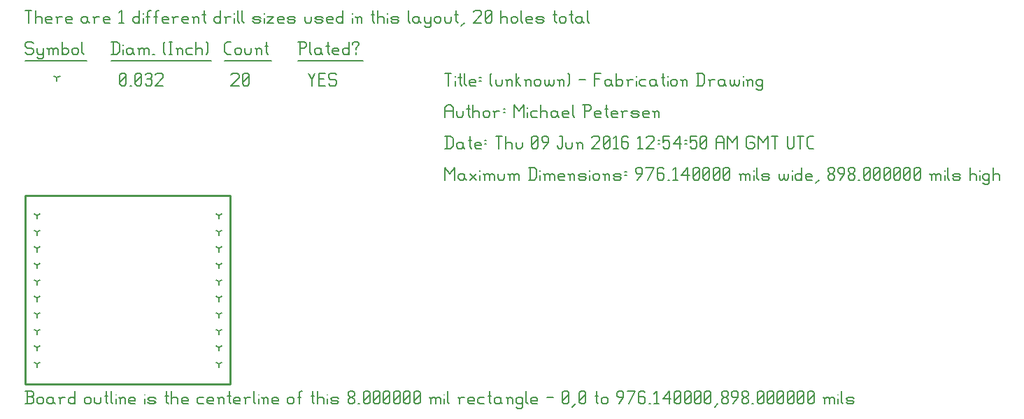
<source format=gbr>
G04 start of page 12 for group -3984 idx -3984 *
G04 Title: (unknown), fab *
G04 Creator: pcb 20110918 *
G04 CreationDate: Thu 09 Jun 2016 12:54:50 AM GMT UTC *
G04 For: railfan *
G04 Format: Gerber/RS-274X *
G04 PCB-Dimensions: 97614 89800 *
G04 PCB-Coordinate-Origin: lower left *
%MOIN*%
%FSLAX25Y25*%
%LNFAB*%
%ADD28C,0.0100*%
%ADD27C,0.0075*%
%ADD26C,0.0060*%
%ADD25C,0.0080*%
G54D25*X5500Y80300D02*Y78700D01*
Y80300D02*X6887Y81100D01*
X5500Y80300D02*X4113Y81100D01*
X5500Y72426D02*Y70826D01*
Y72426D02*X6887Y73226D01*
X5500Y72426D02*X4113Y73226D01*
X5500Y64552D02*Y62952D01*
Y64552D02*X6887Y65352D01*
X5500Y64552D02*X4113Y65352D01*
X5500Y56678D02*Y55078D01*
Y56678D02*X6887Y57478D01*
X5500Y56678D02*X4113Y57478D01*
X5500Y48804D02*Y47204D01*
Y48804D02*X6887Y49604D01*
X5500Y48804D02*X4113Y49604D01*
X5500Y40930D02*Y39330D01*
Y40930D02*X6887Y41730D01*
X5500Y40930D02*X4113Y41730D01*
X5500Y33056D02*Y31456D01*
Y33056D02*X6887Y33856D01*
X5500Y33056D02*X4113Y33856D01*
X5500Y25182D02*Y23582D01*
Y25182D02*X6887Y25982D01*
X5500Y25182D02*X4113Y25982D01*
X5500Y17308D02*Y15708D01*
Y17308D02*X6887Y18108D01*
X5500Y17308D02*X4113Y18108D01*
X5500Y9434D02*Y7834D01*
Y9434D02*X6887Y10234D01*
X5500Y9434D02*X4113Y10234D01*
X92114Y80300D02*Y78700D01*
Y80300D02*X93501Y81100D01*
X92114Y80300D02*X90727Y81100D01*
X92114Y72426D02*Y70826D01*
Y72426D02*X93501Y73226D01*
X92114Y72426D02*X90727Y73226D01*
X92114Y64552D02*Y62952D01*
Y64552D02*X93501Y65352D01*
X92114Y64552D02*X90727Y65352D01*
X92114Y56678D02*Y55078D01*
Y56678D02*X93501Y57478D01*
X92114Y56678D02*X90727Y57478D01*
X92114Y48804D02*Y47204D01*
Y48804D02*X93501Y49604D01*
X92114Y48804D02*X90727Y49604D01*
X92114Y40930D02*Y39330D01*
Y40930D02*X93501Y41730D01*
X92114Y40930D02*X90727Y41730D01*
X92114Y33056D02*Y31456D01*
Y33056D02*X93501Y33856D01*
X92114Y33056D02*X90727Y33856D01*
X92114Y25182D02*Y23582D01*
Y25182D02*X93501Y25982D01*
X92114Y25182D02*X90727Y25982D01*
X92114Y17308D02*Y15708D01*
Y17308D02*X93501Y18108D01*
X92114Y17308D02*X90727Y18108D01*
X92114Y9434D02*Y7834D01*
Y9434D02*X93501Y10234D01*
X92114Y9434D02*X90727Y10234D01*
X15000Y146050D02*Y144450D01*
Y146050D02*X16387Y146850D01*
X15000Y146050D02*X13613Y146850D01*
G54D26*X135000Y148300D02*X136500Y145300D01*
X138000Y148300D01*
X136500Y145300D02*Y142300D01*
X139800Y145600D02*X142050D01*
X139800Y142300D02*X142800D01*
X139800Y148300D02*Y142300D01*
Y148300D02*X142800D01*
X147600D02*X148350Y147550D01*
X145350Y148300D02*X147600D01*
X144600Y147550D02*X145350Y148300D01*
X144600Y147550D02*Y146050D01*
X145350Y145300D01*
X147600D01*
X148350Y144550D01*
Y143050D01*
X147600Y142300D02*X148350Y143050D01*
X145350Y142300D02*X147600D01*
X144600Y143050D02*X145350Y142300D01*
X98000Y147550D02*X98750Y148300D01*
X101000D01*
X101750Y147550D01*
Y146050D01*
X98000Y142300D02*X101750Y146050D01*
X98000Y142300D02*X101750D01*
X103550Y143050D02*X104300Y142300D01*
X103550Y147550D02*Y143050D01*
Y147550D02*X104300Y148300D01*
X105800D01*
X106550Y147550D01*
Y143050D01*
X105800Y142300D02*X106550Y143050D01*
X104300Y142300D02*X105800D01*
X103550Y143800D02*X106550Y146800D01*
X45000Y143050D02*X45750Y142300D01*
X45000Y147550D02*Y143050D01*
Y147550D02*X45750Y148300D01*
X47250D01*
X48000Y147550D01*
Y143050D01*
X47250Y142300D02*X48000Y143050D01*
X45750Y142300D02*X47250D01*
X45000Y143800D02*X48000Y146800D01*
X49800Y142300D02*X50550D01*
X52350Y143050D02*X53100Y142300D01*
X52350Y147550D02*Y143050D01*
Y147550D02*X53100Y148300D01*
X54600D01*
X55350Y147550D01*
Y143050D01*
X54600Y142300D02*X55350Y143050D01*
X53100Y142300D02*X54600D01*
X52350Y143800D02*X55350Y146800D01*
X57150Y147550D02*X57900Y148300D01*
X59400D01*
X60150Y147550D01*
X59400Y142300D02*X60150Y143050D01*
X57900Y142300D02*X59400D01*
X57150Y143050D02*X57900Y142300D01*
Y145600D02*X59400D01*
X60150Y147550D02*Y146350D01*
Y144850D02*Y143050D01*
Y144850D02*X59400Y145600D01*
X60150Y146350D02*X59400Y145600D01*
X61950Y147550D02*X62700Y148300D01*
X64950D01*
X65700Y147550D01*
Y146050D01*
X61950Y142300D02*X65700Y146050D01*
X61950Y142300D02*X65700D01*
X3000Y163300D02*X3750Y162550D01*
X750Y163300D02*X3000D01*
X0Y162550D02*X750Y163300D01*
X0Y162550D02*Y161050D01*
X750Y160300D01*
X3000D01*
X3750Y159550D01*
Y158050D01*
X3000Y157300D02*X3750Y158050D01*
X750Y157300D02*X3000D01*
X0Y158050D02*X750Y157300D01*
X5550Y160300D02*Y158050D01*
X6300Y157300D01*
X8550Y160300D02*Y155800D01*
X7800Y155050D02*X8550Y155800D01*
X6300Y155050D02*X7800D01*
X5550Y155800D02*X6300Y155050D01*
Y157300D02*X7800D01*
X8550Y158050D01*
X11100Y159550D02*Y157300D01*
Y159550D02*X11850Y160300D01*
X12600D01*
X13350Y159550D01*
Y157300D01*
Y159550D02*X14100Y160300D01*
X14850D01*
X15600Y159550D01*
Y157300D01*
X10350Y160300D02*X11100Y159550D01*
X17400Y163300D02*Y157300D01*
Y158050D02*X18150Y157300D01*
X19650D01*
X20400Y158050D01*
Y159550D02*Y158050D01*
X19650Y160300D02*X20400Y159550D01*
X18150Y160300D02*X19650D01*
X17400Y159550D02*X18150Y160300D01*
X22200Y159550D02*Y158050D01*
Y159550D02*X22950Y160300D01*
X24450D01*
X25200Y159550D01*
Y158050D01*
X24450Y157300D02*X25200Y158050D01*
X22950Y157300D02*X24450D01*
X22200Y158050D02*X22950Y157300D01*
X27000Y163300D02*Y158050D01*
X27750Y157300D01*
X0Y154050D02*X29250D01*
X41750Y163300D02*Y157300D01*
X43700Y163300D02*X44750Y162250D01*
Y158350D01*
X43700Y157300D02*X44750Y158350D01*
X41000Y157300D02*X43700D01*
X41000Y163300D02*X43700D01*
G54D27*X46550Y161800D02*Y161650D01*
G54D26*Y159550D02*Y157300D01*
X50300Y160300D02*X51050Y159550D01*
X48800Y160300D02*X50300D01*
X48050Y159550D02*X48800Y160300D01*
X48050Y159550D02*Y158050D01*
X48800Y157300D01*
X51050Y160300D02*Y158050D01*
X51800Y157300D01*
X48800D02*X50300D01*
X51050Y158050D01*
X54350Y159550D02*Y157300D01*
Y159550D02*X55100Y160300D01*
X55850D01*
X56600Y159550D01*
Y157300D01*
Y159550D02*X57350Y160300D01*
X58100D01*
X58850Y159550D01*
Y157300D01*
X53600Y160300D02*X54350Y159550D01*
X60650Y157300D02*X61400D01*
X65900Y158050D02*X66650Y157300D01*
X65900Y162550D02*X66650Y163300D01*
X65900Y162550D02*Y158050D01*
X68450Y163300D02*X69950D01*
X69200D02*Y157300D01*
X68450D02*X69950D01*
X72500Y159550D02*Y157300D01*
Y159550D02*X73250Y160300D01*
X74000D01*
X74750Y159550D01*
Y157300D01*
X71750Y160300D02*X72500Y159550D01*
X77300Y160300D02*X79550D01*
X76550Y159550D02*X77300Y160300D01*
X76550Y159550D02*Y158050D01*
X77300Y157300D01*
X79550D01*
X81350Y163300D02*Y157300D01*
Y159550D02*X82100Y160300D01*
X83600D01*
X84350Y159550D01*
Y157300D01*
X86150Y163300D02*X86900Y162550D01*
Y158050D01*
X86150Y157300D02*X86900Y158050D01*
X41000Y154050D02*X88700D01*
X96050Y157300D02*X98000D01*
X95000Y158350D02*X96050Y157300D01*
X95000Y162250D02*Y158350D01*
Y162250D02*X96050Y163300D01*
X98000D01*
X99800Y159550D02*Y158050D01*
Y159550D02*X100550Y160300D01*
X102050D01*
X102800Y159550D01*
Y158050D01*
X102050Y157300D02*X102800Y158050D01*
X100550Y157300D02*X102050D01*
X99800Y158050D02*X100550Y157300D01*
X104600Y160300D02*Y158050D01*
X105350Y157300D01*
X106850D01*
X107600Y158050D01*
Y160300D02*Y158050D01*
X110150Y159550D02*Y157300D01*
Y159550D02*X110900Y160300D01*
X111650D01*
X112400Y159550D01*
Y157300D01*
X109400Y160300D02*X110150Y159550D01*
X114950Y163300D02*Y158050D01*
X115700Y157300D01*
X114200Y161050D02*X115700D01*
X95000Y154050D02*X117200D01*
X130750Y163300D02*Y157300D01*
X130000Y163300D02*X133000D01*
X133750Y162550D01*
Y161050D01*
X133000Y160300D02*X133750Y161050D01*
X130750Y160300D02*X133000D01*
X135550Y163300D02*Y158050D01*
X136300Y157300D01*
X140050Y160300D02*X140800Y159550D01*
X138550Y160300D02*X140050D01*
X137800Y159550D02*X138550Y160300D01*
X137800Y159550D02*Y158050D01*
X138550Y157300D01*
X140800Y160300D02*Y158050D01*
X141550Y157300D01*
X138550D02*X140050D01*
X140800Y158050D01*
X144100Y163300D02*Y158050D01*
X144850Y157300D01*
X143350Y161050D02*X144850D01*
X147100Y157300D02*X149350D01*
X146350Y158050D02*X147100Y157300D01*
X146350Y159550D02*Y158050D01*
Y159550D02*X147100Y160300D01*
X148600D01*
X149350Y159550D01*
X146350Y158800D02*X149350D01*
Y159550D02*Y158800D01*
X154150Y163300D02*Y157300D01*
X153400D02*X154150Y158050D01*
X151900Y157300D02*X153400D01*
X151150Y158050D02*X151900Y157300D01*
X151150Y159550D02*Y158050D01*
Y159550D02*X151900Y160300D01*
X153400D01*
X154150Y159550D01*
X157450Y160300D02*Y159550D01*
Y158050D02*Y157300D01*
X155950Y162550D02*Y161800D01*
Y162550D02*X156700Y163300D01*
X158200D01*
X158950Y162550D01*
Y161800D01*
X157450Y160300D02*X158950Y161800D01*
X130000Y154050D02*X160750D01*
X0Y178300D02*X3000D01*
X1500D02*Y172300D01*
X4800Y178300D02*Y172300D01*
Y174550D02*X5550Y175300D01*
X7050D01*
X7800Y174550D01*
Y172300D01*
X10350D02*X12600D01*
X9600Y173050D02*X10350Y172300D01*
X9600Y174550D02*Y173050D01*
Y174550D02*X10350Y175300D01*
X11850D01*
X12600Y174550D01*
X9600Y173800D02*X12600D01*
Y174550D02*Y173800D01*
X15150Y174550D02*Y172300D01*
Y174550D02*X15900Y175300D01*
X17400D01*
X14400D02*X15150Y174550D01*
X19950Y172300D02*X22200D01*
X19200Y173050D02*X19950Y172300D01*
X19200Y174550D02*Y173050D01*
Y174550D02*X19950Y175300D01*
X21450D01*
X22200Y174550D01*
X19200Y173800D02*X22200D01*
Y174550D02*Y173800D01*
X28950Y175300D02*X29700Y174550D01*
X27450Y175300D02*X28950D01*
X26700Y174550D02*X27450Y175300D01*
X26700Y174550D02*Y173050D01*
X27450Y172300D01*
X29700Y175300D02*Y173050D01*
X30450Y172300D01*
X27450D02*X28950D01*
X29700Y173050D01*
X33000Y174550D02*Y172300D01*
Y174550D02*X33750Y175300D01*
X35250D01*
X32250D02*X33000Y174550D01*
X37800Y172300D02*X40050D01*
X37050Y173050D02*X37800Y172300D01*
X37050Y174550D02*Y173050D01*
Y174550D02*X37800Y175300D01*
X39300D01*
X40050Y174550D01*
X37050Y173800D02*X40050D01*
Y174550D02*Y173800D01*
X44550Y177100D02*X45750Y178300D01*
Y172300D01*
X44550D02*X46800D01*
X54300Y178300D02*Y172300D01*
X53550D02*X54300Y173050D01*
X52050Y172300D02*X53550D01*
X51300Y173050D02*X52050Y172300D01*
X51300Y174550D02*Y173050D01*
Y174550D02*X52050Y175300D01*
X53550D01*
X54300Y174550D01*
G54D27*X56100Y176800D02*Y176650D01*
G54D26*Y174550D02*Y172300D01*
X58350Y177550D02*Y172300D01*
Y177550D02*X59100Y178300D01*
X59850D01*
X57600Y175300D02*X59100D01*
X62100Y177550D02*Y172300D01*
Y177550D02*X62850Y178300D01*
X63600D01*
X61350Y175300D02*X62850D01*
X65850Y172300D02*X68100D01*
X65100Y173050D02*X65850Y172300D01*
X65100Y174550D02*Y173050D01*
Y174550D02*X65850Y175300D01*
X67350D01*
X68100Y174550D01*
X65100Y173800D02*X68100D01*
Y174550D02*Y173800D01*
X70650Y174550D02*Y172300D01*
Y174550D02*X71400Y175300D01*
X72900D01*
X69900D02*X70650Y174550D01*
X75450Y172300D02*X77700D01*
X74700Y173050D02*X75450Y172300D01*
X74700Y174550D02*Y173050D01*
Y174550D02*X75450Y175300D01*
X76950D01*
X77700Y174550D01*
X74700Y173800D02*X77700D01*
Y174550D02*Y173800D01*
X80250Y174550D02*Y172300D01*
Y174550D02*X81000Y175300D01*
X81750D01*
X82500Y174550D01*
Y172300D01*
X79500Y175300D02*X80250Y174550D01*
X85050Y178300D02*Y173050D01*
X85800Y172300D01*
X84300Y176050D02*X85800D01*
X93000Y178300D02*Y172300D01*
X92250D02*X93000Y173050D01*
X90750Y172300D02*X92250D01*
X90000Y173050D02*X90750Y172300D01*
X90000Y174550D02*Y173050D01*
Y174550D02*X90750Y175300D01*
X92250D01*
X93000Y174550D01*
X95550D02*Y172300D01*
Y174550D02*X96300Y175300D01*
X97800D01*
X94800D02*X95550Y174550D01*
G54D27*X99600Y176800D02*Y176650D01*
G54D26*Y174550D02*Y172300D01*
X101100Y178300D02*Y173050D01*
X101850Y172300D01*
X103350Y178300D02*Y173050D01*
X104100Y172300D01*
X109050D02*X111300D01*
X112050Y173050D01*
X111300Y173800D02*X112050Y173050D01*
X109050Y173800D02*X111300D01*
X108300Y174550D02*X109050Y173800D01*
X108300Y174550D02*X109050Y175300D01*
X111300D01*
X112050Y174550D01*
X108300Y173050D02*X109050Y172300D01*
G54D27*X113850Y176800D02*Y176650D01*
G54D26*Y174550D02*Y172300D01*
X115350Y175300D02*X118350D01*
X115350Y172300D02*X118350Y175300D01*
X115350Y172300D02*X118350D01*
X120900D02*X123150D01*
X120150Y173050D02*X120900Y172300D01*
X120150Y174550D02*Y173050D01*
Y174550D02*X120900Y175300D01*
X122400D01*
X123150Y174550D01*
X120150Y173800D02*X123150D01*
Y174550D02*Y173800D01*
X125700Y172300D02*X127950D01*
X128700Y173050D01*
X127950Y173800D02*X128700Y173050D01*
X125700Y173800D02*X127950D01*
X124950Y174550D02*X125700Y173800D01*
X124950Y174550D02*X125700Y175300D01*
X127950D01*
X128700Y174550D01*
X124950Y173050D02*X125700Y172300D01*
X133200Y175300D02*Y173050D01*
X133950Y172300D01*
X135450D01*
X136200Y173050D01*
Y175300D02*Y173050D01*
X138750Y172300D02*X141000D01*
X141750Y173050D01*
X141000Y173800D02*X141750Y173050D01*
X138750Y173800D02*X141000D01*
X138000Y174550D02*X138750Y173800D01*
X138000Y174550D02*X138750Y175300D01*
X141000D01*
X141750Y174550D01*
X138000Y173050D02*X138750Y172300D01*
X144300D02*X146550D01*
X143550Y173050D02*X144300Y172300D01*
X143550Y174550D02*Y173050D01*
Y174550D02*X144300Y175300D01*
X145800D01*
X146550Y174550D01*
X143550Y173800D02*X146550D01*
Y174550D02*Y173800D01*
X151350Y178300D02*Y172300D01*
X150600D02*X151350Y173050D01*
X149100Y172300D02*X150600D01*
X148350Y173050D02*X149100Y172300D01*
X148350Y174550D02*Y173050D01*
Y174550D02*X149100Y175300D01*
X150600D01*
X151350Y174550D01*
G54D27*X155850Y176800D02*Y176650D01*
G54D26*Y174550D02*Y172300D01*
X158100Y174550D02*Y172300D01*
Y174550D02*X158850Y175300D01*
X159600D01*
X160350Y174550D01*
Y172300D01*
X157350Y175300D02*X158100Y174550D01*
X165600Y178300D02*Y173050D01*
X166350Y172300D01*
X164850Y176050D02*X166350D01*
X167850Y178300D02*Y172300D01*
Y174550D02*X168600Y175300D01*
X170100D01*
X170850Y174550D01*
Y172300D01*
G54D27*X172650Y176800D02*Y176650D01*
G54D26*Y174550D02*Y172300D01*
X174900D02*X177150D01*
X177900Y173050D01*
X177150Y173800D02*X177900Y173050D01*
X174900Y173800D02*X177150D01*
X174150Y174550D02*X174900Y173800D01*
X174150Y174550D02*X174900Y175300D01*
X177150D01*
X177900Y174550D01*
X174150Y173050D02*X174900Y172300D01*
X182400Y178300D02*Y173050D01*
X183150Y172300D01*
X186900Y175300D02*X187650Y174550D01*
X185400Y175300D02*X186900D01*
X184650Y174550D02*X185400Y175300D01*
X184650Y174550D02*Y173050D01*
X185400Y172300D01*
X187650Y175300D02*Y173050D01*
X188400Y172300D01*
X185400D02*X186900D01*
X187650Y173050D01*
X190200Y175300D02*Y173050D01*
X190950Y172300D01*
X193200Y175300D02*Y170800D01*
X192450Y170050D02*X193200Y170800D01*
X190950Y170050D02*X192450D01*
X190200Y170800D02*X190950Y170050D01*
Y172300D02*X192450D01*
X193200Y173050D01*
X195000Y174550D02*Y173050D01*
Y174550D02*X195750Y175300D01*
X197250D01*
X198000Y174550D01*
Y173050D01*
X197250Y172300D02*X198000Y173050D01*
X195750Y172300D02*X197250D01*
X195000Y173050D02*X195750Y172300D01*
X199800Y175300D02*Y173050D01*
X200550Y172300D01*
X202050D01*
X202800Y173050D01*
Y175300D02*Y173050D01*
X205350Y178300D02*Y173050D01*
X206100Y172300D01*
X204600Y176050D02*X206100D01*
X207600Y170800D02*X209100Y172300D01*
X213600Y177550D02*X214350Y178300D01*
X216600D01*
X217350Y177550D01*
Y176050D01*
X213600Y172300D02*X217350Y176050D01*
X213600Y172300D02*X217350D01*
X219150Y173050D02*X219900Y172300D01*
X219150Y177550D02*Y173050D01*
Y177550D02*X219900Y178300D01*
X221400D01*
X222150Y177550D01*
Y173050D01*
X221400Y172300D02*X222150Y173050D01*
X219900Y172300D02*X221400D01*
X219150Y173800D02*X222150Y176800D01*
X226650Y178300D02*Y172300D01*
Y174550D02*X227400Y175300D01*
X228900D01*
X229650Y174550D01*
Y172300D01*
X231450Y174550D02*Y173050D01*
Y174550D02*X232200Y175300D01*
X233700D01*
X234450Y174550D01*
Y173050D01*
X233700Y172300D02*X234450Y173050D01*
X232200Y172300D02*X233700D01*
X231450Y173050D02*X232200Y172300D01*
X236250Y178300D02*Y173050D01*
X237000Y172300D01*
X239250D02*X241500D01*
X238500Y173050D02*X239250Y172300D01*
X238500Y174550D02*Y173050D01*
Y174550D02*X239250Y175300D01*
X240750D01*
X241500Y174550D01*
X238500Y173800D02*X241500D01*
Y174550D02*Y173800D01*
X244050Y172300D02*X246300D01*
X247050Y173050D01*
X246300Y173800D02*X247050Y173050D01*
X244050Y173800D02*X246300D01*
X243300Y174550D02*X244050Y173800D01*
X243300Y174550D02*X244050Y175300D01*
X246300D01*
X247050Y174550D01*
X243300Y173050D02*X244050Y172300D01*
X252300Y178300D02*Y173050D01*
X253050Y172300D01*
X251550Y176050D02*X253050D01*
X254550Y174550D02*Y173050D01*
Y174550D02*X255300Y175300D01*
X256800D01*
X257550Y174550D01*
Y173050D01*
X256800Y172300D02*X257550Y173050D01*
X255300Y172300D02*X256800D01*
X254550Y173050D02*X255300Y172300D01*
X260100Y178300D02*Y173050D01*
X260850Y172300D01*
X259350Y176050D02*X260850D01*
X264600Y175300D02*X265350Y174550D01*
X263100Y175300D02*X264600D01*
X262350Y174550D02*X263100Y175300D01*
X262350Y174550D02*Y173050D01*
X263100Y172300D01*
X265350Y175300D02*Y173050D01*
X266100Y172300D01*
X263100D02*X264600D01*
X265350Y173050D01*
X267900Y178300D02*Y173050D01*
X268650Y172300D01*
G54D28*X0Y89800D02*X97614D01*
X0D02*Y0D01*
X97614Y89800D02*Y0D01*
X0D02*X97614D01*
G54D26*X200000Y103300D02*Y97300D01*
Y103300D02*X202250Y100300D01*
X204500Y103300D01*
Y97300D01*
X208550Y100300D02*X209300Y99550D01*
X207050Y100300D02*X208550D01*
X206300Y99550D02*X207050Y100300D01*
X206300Y99550D02*Y98050D01*
X207050Y97300D01*
X209300Y100300D02*Y98050D01*
X210050Y97300D01*
X207050D02*X208550D01*
X209300Y98050D01*
X211850Y100300D02*X214850Y97300D01*
X211850D02*X214850Y100300D01*
G54D27*X216650Y101800D02*Y101650D01*
G54D26*Y99550D02*Y97300D01*
X218900Y99550D02*Y97300D01*
Y99550D02*X219650Y100300D01*
X220400D01*
X221150Y99550D01*
Y97300D01*
Y99550D02*X221900Y100300D01*
X222650D01*
X223400Y99550D01*
Y97300D01*
X218150Y100300D02*X218900Y99550D01*
X225200Y100300D02*Y98050D01*
X225950Y97300D01*
X227450D01*
X228200Y98050D01*
Y100300D02*Y98050D01*
X230750Y99550D02*Y97300D01*
Y99550D02*X231500Y100300D01*
X232250D01*
X233000Y99550D01*
Y97300D01*
Y99550D02*X233750Y100300D01*
X234500D01*
X235250Y99550D01*
Y97300D01*
X230000Y100300D02*X230750Y99550D01*
X240500Y103300D02*Y97300D01*
X242450Y103300D02*X243500Y102250D01*
Y98350D01*
X242450Y97300D02*X243500Y98350D01*
X239750Y97300D02*X242450D01*
X239750Y103300D02*X242450D01*
G54D27*X245300Y101800D02*Y101650D01*
G54D26*Y99550D02*Y97300D01*
X247550Y99550D02*Y97300D01*
Y99550D02*X248300Y100300D01*
X249050D01*
X249800Y99550D01*
Y97300D01*
Y99550D02*X250550Y100300D01*
X251300D01*
X252050Y99550D01*
Y97300D01*
X246800Y100300D02*X247550Y99550D01*
X254600Y97300D02*X256850D01*
X253850Y98050D02*X254600Y97300D01*
X253850Y99550D02*Y98050D01*
Y99550D02*X254600Y100300D01*
X256100D01*
X256850Y99550D01*
X253850Y98800D02*X256850D01*
Y99550D02*Y98800D01*
X259400Y99550D02*Y97300D01*
Y99550D02*X260150Y100300D01*
X260900D01*
X261650Y99550D01*
Y97300D01*
X258650Y100300D02*X259400Y99550D01*
X264200Y97300D02*X266450D01*
X267200Y98050D01*
X266450Y98800D02*X267200Y98050D01*
X264200Y98800D02*X266450D01*
X263450Y99550D02*X264200Y98800D01*
X263450Y99550D02*X264200Y100300D01*
X266450D01*
X267200Y99550D01*
X263450Y98050D02*X264200Y97300D01*
G54D27*X269000Y101800D02*Y101650D01*
G54D26*Y99550D02*Y97300D01*
X270500Y99550D02*Y98050D01*
Y99550D02*X271250Y100300D01*
X272750D01*
X273500Y99550D01*
Y98050D01*
X272750Y97300D02*X273500Y98050D01*
X271250Y97300D02*X272750D01*
X270500Y98050D02*X271250Y97300D01*
X276050Y99550D02*Y97300D01*
Y99550D02*X276800Y100300D01*
X277550D01*
X278300Y99550D01*
Y97300D01*
X275300Y100300D02*X276050Y99550D01*
X280850Y97300D02*X283100D01*
X283850Y98050D01*
X283100Y98800D02*X283850Y98050D01*
X280850Y98800D02*X283100D01*
X280100Y99550D02*X280850Y98800D01*
X280100Y99550D02*X280850Y100300D01*
X283100D01*
X283850Y99550D01*
X280100Y98050D02*X280850Y97300D01*
X285650Y101050D02*X286400D01*
X285650Y99550D02*X286400D01*
X291650Y97300D02*X293900Y100300D01*
Y102550D02*Y100300D01*
X293150Y103300D02*X293900Y102550D01*
X291650Y103300D02*X293150D01*
X290900Y102550D02*X291650Y103300D01*
X290900Y102550D02*Y101050D01*
X291650Y100300D01*
X293900D01*
X296450Y97300D02*X299450Y103300D01*
X295700D02*X299450D01*
X303500D02*X304250Y102550D01*
X302000Y103300D02*X303500D01*
X301250Y102550D02*X302000Y103300D01*
X301250Y102550D02*Y98050D01*
X302000Y97300D01*
X303500Y100600D02*X304250Y99850D01*
X301250Y100600D02*X303500D01*
X302000Y97300D02*X303500D01*
X304250Y98050D01*
Y99850D02*Y98050D01*
X306050Y97300D02*X306800D01*
X308600Y102100D02*X309800Y103300D01*
Y97300D01*
X308600D02*X310850D01*
X312650Y99550D02*X315650Y103300D01*
X312650Y99550D02*X316400D01*
X315650Y103300D02*Y97300D01*
X318200Y98050D02*X318950Y97300D01*
X318200Y102550D02*Y98050D01*
Y102550D02*X318950Y103300D01*
X320450D01*
X321200Y102550D01*
Y98050D01*
X320450Y97300D02*X321200Y98050D01*
X318950Y97300D02*X320450D01*
X318200Y98800D02*X321200Y101800D01*
X323000Y98050D02*X323750Y97300D01*
X323000Y102550D02*Y98050D01*
Y102550D02*X323750Y103300D01*
X325250D01*
X326000Y102550D01*
Y98050D01*
X325250Y97300D02*X326000Y98050D01*
X323750Y97300D02*X325250D01*
X323000Y98800D02*X326000Y101800D01*
X327800Y98050D02*X328550Y97300D01*
X327800Y102550D02*Y98050D01*
Y102550D02*X328550Y103300D01*
X330050D01*
X330800Y102550D01*
Y98050D01*
X330050Y97300D02*X330800Y98050D01*
X328550Y97300D02*X330050D01*
X327800Y98800D02*X330800Y101800D01*
X332600Y98050D02*X333350Y97300D01*
X332600Y102550D02*Y98050D01*
Y102550D02*X333350Y103300D01*
X334850D01*
X335600Y102550D01*
Y98050D01*
X334850Y97300D02*X335600Y98050D01*
X333350Y97300D02*X334850D01*
X332600Y98800D02*X335600Y101800D01*
X340850Y99550D02*Y97300D01*
Y99550D02*X341600Y100300D01*
X342350D01*
X343100Y99550D01*
Y97300D01*
Y99550D02*X343850Y100300D01*
X344600D01*
X345350Y99550D01*
Y97300D01*
X340100Y100300D02*X340850Y99550D01*
G54D27*X347150Y101800D02*Y101650D01*
G54D26*Y99550D02*Y97300D01*
X348650Y103300D02*Y98050D01*
X349400Y97300D01*
X351650D02*X353900D01*
X354650Y98050D01*
X353900Y98800D02*X354650Y98050D01*
X351650Y98800D02*X353900D01*
X350900Y99550D02*X351650Y98800D01*
X350900Y99550D02*X351650Y100300D01*
X353900D01*
X354650Y99550D01*
X350900Y98050D02*X351650Y97300D01*
X359150Y100300D02*Y98050D01*
X359900Y97300D01*
X360650D01*
X361400Y98050D01*
Y100300D02*Y98050D01*
X362150Y97300D01*
X362900D01*
X363650Y98050D01*
Y100300D02*Y98050D01*
G54D27*X365450Y101800D02*Y101650D01*
G54D26*Y99550D02*Y97300D01*
X369950Y103300D02*Y97300D01*
X369200D02*X369950Y98050D01*
X367700Y97300D02*X369200D01*
X366950Y98050D02*X367700Y97300D01*
X366950Y99550D02*Y98050D01*
Y99550D02*X367700Y100300D01*
X369200D01*
X369950Y99550D01*
X372500Y97300D02*X374750D01*
X371750Y98050D02*X372500Y97300D01*
X371750Y99550D02*Y98050D01*
Y99550D02*X372500Y100300D01*
X374000D01*
X374750Y99550D01*
X371750Y98800D02*X374750D01*
Y99550D02*Y98800D01*
X376550Y95800D02*X378050Y97300D01*
X382550Y98050D02*X383300Y97300D01*
X382550Y99250D02*Y98050D01*
Y99250D02*X383600Y100300D01*
X384500D01*
X385550Y99250D01*
Y98050D01*
X384800Y97300D02*X385550Y98050D01*
X383300Y97300D02*X384800D01*
X382550Y101350D02*X383600Y100300D01*
X382550Y102550D02*Y101350D01*
Y102550D02*X383300Y103300D01*
X384800D01*
X385550Y102550D01*
Y101350D01*
X384500Y100300D02*X385550Y101350D01*
X388100Y97300D02*X390350Y100300D01*
Y102550D02*Y100300D01*
X389600Y103300D02*X390350Y102550D01*
X388100Y103300D02*X389600D01*
X387350Y102550D02*X388100Y103300D01*
X387350Y102550D02*Y101050D01*
X388100Y100300D01*
X390350D01*
X392150Y98050D02*X392900Y97300D01*
X392150Y99250D02*Y98050D01*
Y99250D02*X393200Y100300D01*
X394100D01*
X395150Y99250D01*
Y98050D01*
X394400Y97300D02*X395150Y98050D01*
X392900Y97300D02*X394400D01*
X392150Y101350D02*X393200Y100300D01*
X392150Y102550D02*Y101350D01*
Y102550D02*X392900Y103300D01*
X394400D01*
X395150Y102550D01*
Y101350D01*
X394100Y100300D02*X395150Y101350D01*
X396950Y97300D02*X397700D01*
X399500Y98050D02*X400250Y97300D01*
X399500Y102550D02*Y98050D01*
Y102550D02*X400250Y103300D01*
X401750D01*
X402500Y102550D01*
Y98050D01*
X401750Y97300D02*X402500Y98050D01*
X400250Y97300D02*X401750D01*
X399500Y98800D02*X402500Y101800D01*
X404300Y98050D02*X405050Y97300D01*
X404300Y102550D02*Y98050D01*
Y102550D02*X405050Y103300D01*
X406550D01*
X407300Y102550D01*
Y98050D01*
X406550Y97300D02*X407300Y98050D01*
X405050Y97300D02*X406550D01*
X404300Y98800D02*X407300Y101800D01*
X409100Y98050D02*X409850Y97300D01*
X409100Y102550D02*Y98050D01*
Y102550D02*X409850Y103300D01*
X411350D01*
X412100Y102550D01*
Y98050D01*
X411350Y97300D02*X412100Y98050D01*
X409850Y97300D02*X411350D01*
X409100Y98800D02*X412100Y101800D01*
X413900Y98050D02*X414650Y97300D01*
X413900Y102550D02*Y98050D01*
Y102550D02*X414650Y103300D01*
X416150D01*
X416900Y102550D01*
Y98050D01*
X416150Y97300D02*X416900Y98050D01*
X414650Y97300D02*X416150D01*
X413900Y98800D02*X416900Y101800D01*
X418700Y98050D02*X419450Y97300D01*
X418700Y102550D02*Y98050D01*
Y102550D02*X419450Y103300D01*
X420950D01*
X421700Y102550D01*
Y98050D01*
X420950Y97300D02*X421700Y98050D01*
X419450Y97300D02*X420950D01*
X418700Y98800D02*X421700Y101800D01*
X423500Y98050D02*X424250Y97300D01*
X423500Y102550D02*Y98050D01*
Y102550D02*X424250Y103300D01*
X425750D01*
X426500Y102550D01*
Y98050D01*
X425750Y97300D02*X426500Y98050D01*
X424250Y97300D02*X425750D01*
X423500Y98800D02*X426500Y101800D01*
X431750Y99550D02*Y97300D01*
Y99550D02*X432500Y100300D01*
X433250D01*
X434000Y99550D01*
Y97300D01*
Y99550D02*X434750Y100300D01*
X435500D01*
X436250Y99550D01*
Y97300D01*
X431000Y100300D02*X431750Y99550D01*
G54D27*X438050Y101800D02*Y101650D01*
G54D26*Y99550D02*Y97300D01*
X439550Y103300D02*Y98050D01*
X440300Y97300D01*
X442550D02*X444800D01*
X445550Y98050D01*
X444800Y98800D02*X445550Y98050D01*
X442550Y98800D02*X444800D01*
X441800Y99550D02*X442550Y98800D01*
X441800Y99550D02*X442550Y100300D01*
X444800D01*
X445550Y99550D01*
X441800Y98050D02*X442550Y97300D01*
X450050Y103300D02*Y97300D01*
Y99550D02*X450800Y100300D01*
X452300D01*
X453050Y99550D01*
Y97300D01*
G54D27*X454850Y101800D02*Y101650D01*
G54D26*Y99550D02*Y97300D01*
X458600Y100300D02*X459350Y99550D01*
X457100Y100300D02*X458600D01*
X456350Y99550D02*X457100Y100300D01*
X456350Y99550D02*Y98050D01*
X457100Y97300D01*
X458600D01*
X459350Y98050D01*
X456350Y95800D02*X457100Y95050D01*
X458600D01*
X459350Y95800D01*
Y100300D02*Y95800D01*
X461150Y103300D02*Y97300D01*
Y99550D02*X461900Y100300D01*
X463400D01*
X464150Y99550D01*
Y97300D01*
X0Y-9500D02*X3000D01*
X3750Y-8750D01*
Y-6950D02*Y-8750D01*
X3000Y-6200D02*X3750Y-6950D01*
X750Y-6200D02*X3000D01*
X750Y-3500D02*Y-9500D01*
X0Y-3500D02*X3000D01*
X3750Y-4250D01*
Y-5450D01*
X3000Y-6200D02*X3750Y-5450D01*
X5550Y-7250D02*Y-8750D01*
Y-7250D02*X6300Y-6500D01*
X7800D01*
X8550Y-7250D01*
Y-8750D01*
X7800Y-9500D02*X8550Y-8750D01*
X6300Y-9500D02*X7800D01*
X5550Y-8750D02*X6300Y-9500D01*
X12600Y-6500D02*X13350Y-7250D01*
X11100Y-6500D02*X12600D01*
X10350Y-7250D02*X11100Y-6500D01*
X10350Y-7250D02*Y-8750D01*
X11100Y-9500D01*
X13350Y-6500D02*Y-8750D01*
X14100Y-9500D01*
X11100D02*X12600D01*
X13350Y-8750D01*
X16650Y-7250D02*Y-9500D01*
Y-7250D02*X17400Y-6500D01*
X18900D01*
X15900D02*X16650Y-7250D01*
X23700Y-3500D02*Y-9500D01*
X22950D02*X23700Y-8750D01*
X21450Y-9500D02*X22950D01*
X20700Y-8750D02*X21450Y-9500D01*
X20700Y-7250D02*Y-8750D01*
Y-7250D02*X21450Y-6500D01*
X22950D01*
X23700Y-7250D01*
X28200D02*Y-8750D01*
Y-7250D02*X28950Y-6500D01*
X30450D01*
X31200Y-7250D01*
Y-8750D01*
X30450Y-9500D02*X31200Y-8750D01*
X28950Y-9500D02*X30450D01*
X28200Y-8750D02*X28950Y-9500D01*
X33000Y-6500D02*Y-8750D01*
X33750Y-9500D01*
X35250D01*
X36000Y-8750D01*
Y-6500D02*Y-8750D01*
X38550Y-3500D02*Y-8750D01*
X39300Y-9500D01*
X37800Y-5750D02*X39300D01*
X40800Y-3500D02*Y-8750D01*
X41550Y-9500D01*
G54D27*X43050Y-5000D02*Y-5150D01*
G54D26*Y-7250D02*Y-9500D01*
X45300Y-7250D02*Y-9500D01*
Y-7250D02*X46050Y-6500D01*
X46800D01*
X47550Y-7250D01*
Y-9500D01*
X44550Y-6500D02*X45300Y-7250D01*
X50100Y-9500D02*X52350D01*
X49350Y-8750D02*X50100Y-9500D01*
X49350Y-7250D02*Y-8750D01*
Y-7250D02*X50100Y-6500D01*
X51600D01*
X52350Y-7250D01*
X49350Y-8000D02*X52350D01*
Y-7250D02*Y-8000D01*
G54D27*X56850Y-5000D02*Y-5150D01*
G54D26*Y-7250D02*Y-9500D01*
X59100D02*X61350D01*
X62100Y-8750D01*
X61350Y-8000D02*X62100Y-8750D01*
X59100Y-8000D02*X61350D01*
X58350Y-7250D02*X59100Y-8000D01*
X58350Y-7250D02*X59100Y-6500D01*
X61350D01*
X62100Y-7250D01*
X58350Y-8750D02*X59100Y-9500D01*
X67350Y-3500D02*Y-8750D01*
X68100Y-9500D01*
X66600Y-5750D02*X68100D01*
X69600Y-3500D02*Y-9500D01*
Y-7250D02*X70350Y-6500D01*
X71850D01*
X72600Y-7250D01*
Y-9500D01*
X75150D02*X77400D01*
X74400Y-8750D02*X75150Y-9500D01*
X74400Y-7250D02*Y-8750D01*
Y-7250D02*X75150Y-6500D01*
X76650D01*
X77400Y-7250D01*
X74400Y-8000D02*X77400D01*
Y-7250D02*Y-8000D01*
X82650Y-6500D02*X84900D01*
X81900Y-7250D02*X82650Y-6500D01*
X81900Y-7250D02*Y-8750D01*
X82650Y-9500D01*
X84900D01*
X87450D02*X89700D01*
X86700Y-8750D02*X87450Y-9500D01*
X86700Y-7250D02*Y-8750D01*
Y-7250D02*X87450Y-6500D01*
X88950D01*
X89700Y-7250D01*
X86700Y-8000D02*X89700D01*
Y-7250D02*Y-8000D01*
X92250Y-7250D02*Y-9500D01*
Y-7250D02*X93000Y-6500D01*
X93750D01*
X94500Y-7250D01*
Y-9500D01*
X91500Y-6500D02*X92250Y-7250D01*
X97050Y-3500D02*Y-8750D01*
X97800Y-9500D01*
X96300Y-5750D02*X97800D01*
X100050Y-9500D02*X102300D01*
X99300Y-8750D02*X100050Y-9500D01*
X99300Y-7250D02*Y-8750D01*
Y-7250D02*X100050Y-6500D01*
X101550D01*
X102300Y-7250D01*
X99300Y-8000D02*X102300D01*
Y-7250D02*Y-8000D01*
X104850Y-7250D02*Y-9500D01*
Y-7250D02*X105600Y-6500D01*
X107100D01*
X104100D02*X104850Y-7250D01*
X108900Y-3500D02*Y-8750D01*
X109650Y-9500D01*
G54D27*X111150Y-5000D02*Y-5150D01*
G54D26*Y-7250D02*Y-9500D01*
X113400Y-7250D02*Y-9500D01*
Y-7250D02*X114150Y-6500D01*
X114900D01*
X115650Y-7250D01*
Y-9500D01*
X112650Y-6500D02*X113400Y-7250D01*
X118200Y-9500D02*X120450D01*
X117450Y-8750D02*X118200Y-9500D01*
X117450Y-7250D02*Y-8750D01*
Y-7250D02*X118200Y-6500D01*
X119700D01*
X120450Y-7250D01*
X117450Y-8000D02*X120450D01*
Y-7250D02*Y-8000D01*
X124950Y-7250D02*Y-8750D01*
Y-7250D02*X125700Y-6500D01*
X127200D01*
X127950Y-7250D01*
Y-8750D01*
X127200Y-9500D02*X127950Y-8750D01*
X125700Y-9500D02*X127200D01*
X124950Y-8750D02*X125700Y-9500D01*
X130500Y-4250D02*Y-9500D01*
Y-4250D02*X131250Y-3500D01*
X132000D01*
X129750Y-6500D02*X131250D01*
X136950Y-3500D02*Y-8750D01*
X137700Y-9500D01*
X136200Y-5750D02*X137700D01*
X139200Y-3500D02*Y-9500D01*
Y-7250D02*X139950Y-6500D01*
X141450D01*
X142200Y-7250D01*
Y-9500D01*
G54D27*X144000Y-5000D02*Y-5150D01*
G54D26*Y-7250D02*Y-9500D01*
X146250D02*X148500D01*
X149250Y-8750D01*
X148500Y-8000D02*X149250Y-8750D01*
X146250Y-8000D02*X148500D01*
X145500Y-7250D02*X146250Y-8000D01*
X145500Y-7250D02*X146250Y-6500D01*
X148500D01*
X149250Y-7250D01*
X145500Y-8750D02*X146250Y-9500D01*
X153750Y-8750D02*X154500Y-9500D01*
X153750Y-7550D02*Y-8750D01*
Y-7550D02*X154800Y-6500D01*
X155700D01*
X156750Y-7550D01*
Y-8750D01*
X156000Y-9500D02*X156750Y-8750D01*
X154500Y-9500D02*X156000D01*
X153750Y-5450D02*X154800Y-6500D01*
X153750Y-4250D02*Y-5450D01*
Y-4250D02*X154500Y-3500D01*
X156000D01*
X156750Y-4250D01*
Y-5450D01*
X155700Y-6500D02*X156750Y-5450D01*
X158550Y-9500D02*X159300D01*
X161100Y-8750D02*X161850Y-9500D01*
X161100Y-4250D02*Y-8750D01*
Y-4250D02*X161850Y-3500D01*
X163350D01*
X164100Y-4250D01*
Y-8750D01*
X163350Y-9500D02*X164100Y-8750D01*
X161850Y-9500D02*X163350D01*
X161100Y-8000D02*X164100Y-5000D01*
X165900Y-8750D02*X166650Y-9500D01*
X165900Y-4250D02*Y-8750D01*
Y-4250D02*X166650Y-3500D01*
X168150D01*
X168900Y-4250D01*
Y-8750D01*
X168150Y-9500D02*X168900Y-8750D01*
X166650Y-9500D02*X168150D01*
X165900Y-8000D02*X168900Y-5000D01*
X170700Y-8750D02*X171450Y-9500D01*
X170700Y-4250D02*Y-8750D01*
Y-4250D02*X171450Y-3500D01*
X172950D01*
X173700Y-4250D01*
Y-8750D01*
X172950Y-9500D02*X173700Y-8750D01*
X171450Y-9500D02*X172950D01*
X170700Y-8000D02*X173700Y-5000D01*
X175500Y-8750D02*X176250Y-9500D01*
X175500Y-4250D02*Y-8750D01*
Y-4250D02*X176250Y-3500D01*
X177750D01*
X178500Y-4250D01*
Y-8750D01*
X177750Y-9500D02*X178500Y-8750D01*
X176250Y-9500D02*X177750D01*
X175500Y-8000D02*X178500Y-5000D01*
X180300Y-8750D02*X181050Y-9500D01*
X180300Y-4250D02*Y-8750D01*
Y-4250D02*X181050Y-3500D01*
X182550D01*
X183300Y-4250D01*
Y-8750D01*
X182550Y-9500D02*X183300Y-8750D01*
X181050Y-9500D02*X182550D01*
X180300Y-8000D02*X183300Y-5000D01*
X185100Y-8750D02*X185850Y-9500D01*
X185100Y-4250D02*Y-8750D01*
Y-4250D02*X185850Y-3500D01*
X187350D01*
X188100Y-4250D01*
Y-8750D01*
X187350Y-9500D02*X188100Y-8750D01*
X185850Y-9500D02*X187350D01*
X185100Y-8000D02*X188100Y-5000D01*
X193350Y-7250D02*Y-9500D01*
Y-7250D02*X194100Y-6500D01*
X194850D01*
X195600Y-7250D01*
Y-9500D01*
Y-7250D02*X196350Y-6500D01*
X197100D01*
X197850Y-7250D01*
Y-9500D01*
X192600Y-6500D02*X193350Y-7250D01*
G54D27*X199650Y-5000D02*Y-5150D01*
G54D26*Y-7250D02*Y-9500D01*
X201150Y-3500D02*Y-8750D01*
X201900Y-9500D01*
X206850Y-7250D02*Y-9500D01*
Y-7250D02*X207600Y-6500D01*
X209100D01*
X206100D02*X206850Y-7250D01*
X211650Y-9500D02*X213900D01*
X210900Y-8750D02*X211650Y-9500D01*
X210900Y-7250D02*Y-8750D01*
Y-7250D02*X211650Y-6500D01*
X213150D01*
X213900Y-7250D01*
X210900Y-8000D02*X213900D01*
Y-7250D02*Y-8000D01*
X216450Y-6500D02*X218700D01*
X215700Y-7250D02*X216450Y-6500D01*
X215700Y-7250D02*Y-8750D01*
X216450Y-9500D01*
X218700D01*
X221250Y-3500D02*Y-8750D01*
X222000Y-9500D01*
X220500Y-5750D02*X222000D01*
X225750Y-6500D02*X226500Y-7250D01*
X224250Y-6500D02*X225750D01*
X223500Y-7250D02*X224250Y-6500D01*
X223500Y-7250D02*Y-8750D01*
X224250Y-9500D01*
X226500Y-6500D02*Y-8750D01*
X227250Y-9500D01*
X224250D02*X225750D01*
X226500Y-8750D01*
X229800Y-7250D02*Y-9500D01*
Y-7250D02*X230550Y-6500D01*
X231300D01*
X232050Y-7250D01*
Y-9500D01*
X229050Y-6500D02*X229800Y-7250D01*
X236100Y-6500D02*X236850Y-7250D01*
X234600Y-6500D02*X236100D01*
X233850Y-7250D02*X234600Y-6500D01*
X233850Y-7250D02*Y-8750D01*
X234600Y-9500D01*
X236100D01*
X236850Y-8750D01*
X233850Y-11000D02*X234600Y-11750D01*
X236100D01*
X236850Y-11000D01*
Y-6500D02*Y-11000D01*
X238650Y-3500D02*Y-8750D01*
X239400Y-9500D01*
X241650D02*X243900D01*
X240900Y-8750D02*X241650Y-9500D01*
X240900Y-7250D02*Y-8750D01*
Y-7250D02*X241650Y-6500D01*
X243150D01*
X243900Y-7250D01*
X240900Y-8000D02*X243900D01*
Y-7250D02*Y-8000D01*
X248400Y-6500D02*X251400D01*
X255900Y-8750D02*X256650Y-9500D01*
X255900Y-4250D02*Y-8750D01*
Y-4250D02*X256650Y-3500D01*
X258150D01*
X258900Y-4250D01*
Y-8750D01*
X258150Y-9500D02*X258900Y-8750D01*
X256650Y-9500D02*X258150D01*
X255900Y-8000D02*X258900Y-5000D01*
X260700Y-11000D02*X262200Y-9500D01*
X264000Y-8750D02*X264750Y-9500D01*
X264000Y-4250D02*Y-8750D01*
Y-4250D02*X264750Y-3500D01*
X266250D01*
X267000Y-4250D01*
Y-8750D01*
X266250Y-9500D02*X267000Y-8750D01*
X264750Y-9500D02*X266250D01*
X264000Y-8000D02*X267000Y-5000D01*
X272250Y-3500D02*Y-8750D01*
X273000Y-9500D01*
X271500Y-5750D02*X273000D01*
X274500Y-7250D02*Y-8750D01*
Y-7250D02*X275250Y-6500D01*
X276750D01*
X277500Y-7250D01*
Y-8750D01*
X276750Y-9500D02*X277500Y-8750D01*
X275250Y-9500D02*X276750D01*
X274500Y-8750D02*X275250Y-9500D01*
X282750D02*X285000Y-6500D01*
Y-4250D02*Y-6500D01*
X284250Y-3500D02*X285000Y-4250D01*
X282750Y-3500D02*X284250D01*
X282000Y-4250D02*X282750Y-3500D01*
X282000Y-4250D02*Y-5750D01*
X282750Y-6500D01*
X285000D01*
X287550Y-9500D02*X290550Y-3500D01*
X286800D02*X290550D01*
X294600D02*X295350Y-4250D01*
X293100Y-3500D02*X294600D01*
X292350Y-4250D02*X293100Y-3500D01*
X292350Y-4250D02*Y-8750D01*
X293100Y-9500D01*
X294600Y-6200D02*X295350Y-6950D01*
X292350Y-6200D02*X294600D01*
X293100Y-9500D02*X294600D01*
X295350Y-8750D01*
Y-6950D02*Y-8750D01*
X297150Y-9500D02*X297900D01*
X299700Y-4700D02*X300900Y-3500D01*
Y-9500D01*
X299700D02*X301950D01*
X303750Y-7250D02*X306750Y-3500D01*
X303750Y-7250D02*X307500D01*
X306750Y-3500D02*Y-9500D01*
X309300Y-8750D02*X310050Y-9500D01*
X309300Y-4250D02*Y-8750D01*
Y-4250D02*X310050Y-3500D01*
X311550D01*
X312300Y-4250D01*
Y-8750D01*
X311550Y-9500D02*X312300Y-8750D01*
X310050Y-9500D02*X311550D01*
X309300Y-8000D02*X312300Y-5000D01*
X314100Y-8750D02*X314850Y-9500D01*
X314100Y-4250D02*Y-8750D01*
Y-4250D02*X314850Y-3500D01*
X316350D01*
X317100Y-4250D01*
Y-8750D01*
X316350Y-9500D02*X317100Y-8750D01*
X314850Y-9500D02*X316350D01*
X314100Y-8000D02*X317100Y-5000D01*
X318900Y-8750D02*X319650Y-9500D01*
X318900Y-4250D02*Y-8750D01*
Y-4250D02*X319650Y-3500D01*
X321150D01*
X321900Y-4250D01*
Y-8750D01*
X321150Y-9500D02*X321900Y-8750D01*
X319650Y-9500D02*X321150D01*
X318900Y-8000D02*X321900Y-5000D01*
X323700Y-8750D02*X324450Y-9500D01*
X323700Y-4250D02*Y-8750D01*
Y-4250D02*X324450Y-3500D01*
X325950D01*
X326700Y-4250D01*
Y-8750D01*
X325950Y-9500D02*X326700Y-8750D01*
X324450Y-9500D02*X325950D01*
X323700Y-8000D02*X326700Y-5000D01*
X328500Y-11000D02*X330000Y-9500D01*
X331800Y-8750D02*X332550Y-9500D01*
X331800Y-7550D02*Y-8750D01*
Y-7550D02*X332850Y-6500D01*
X333750D01*
X334800Y-7550D01*
Y-8750D01*
X334050Y-9500D02*X334800Y-8750D01*
X332550Y-9500D02*X334050D01*
X331800Y-5450D02*X332850Y-6500D01*
X331800Y-4250D02*Y-5450D01*
Y-4250D02*X332550Y-3500D01*
X334050D01*
X334800Y-4250D01*
Y-5450D01*
X333750Y-6500D02*X334800Y-5450D01*
X337350Y-9500D02*X339600Y-6500D01*
Y-4250D02*Y-6500D01*
X338850Y-3500D02*X339600Y-4250D01*
X337350Y-3500D02*X338850D01*
X336600Y-4250D02*X337350Y-3500D01*
X336600Y-4250D02*Y-5750D01*
X337350Y-6500D01*
X339600D01*
X341400Y-8750D02*X342150Y-9500D01*
X341400Y-7550D02*Y-8750D01*
Y-7550D02*X342450Y-6500D01*
X343350D01*
X344400Y-7550D01*
Y-8750D01*
X343650Y-9500D02*X344400Y-8750D01*
X342150Y-9500D02*X343650D01*
X341400Y-5450D02*X342450Y-6500D01*
X341400Y-4250D02*Y-5450D01*
Y-4250D02*X342150Y-3500D01*
X343650D01*
X344400Y-4250D01*
Y-5450D01*
X343350Y-6500D02*X344400Y-5450D01*
X346200Y-9500D02*X346950D01*
X348750Y-8750D02*X349500Y-9500D01*
X348750Y-4250D02*Y-8750D01*
Y-4250D02*X349500Y-3500D01*
X351000D01*
X351750Y-4250D01*
Y-8750D01*
X351000Y-9500D02*X351750Y-8750D01*
X349500Y-9500D02*X351000D01*
X348750Y-8000D02*X351750Y-5000D01*
X353550Y-8750D02*X354300Y-9500D01*
X353550Y-4250D02*Y-8750D01*
Y-4250D02*X354300Y-3500D01*
X355800D01*
X356550Y-4250D01*
Y-8750D01*
X355800Y-9500D02*X356550Y-8750D01*
X354300Y-9500D02*X355800D01*
X353550Y-8000D02*X356550Y-5000D01*
X358350Y-8750D02*X359100Y-9500D01*
X358350Y-4250D02*Y-8750D01*
Y-4250D02*X359100Y-3500D01*
X360600D01*
X361350Y-4250D01*
Y-8750D01*
X360600Y-9500D02*X361350Y-8750D01*
X359100Y-9500D02*X360600D01*
X358350Y-8000D02*X361350Y-5000D01*
X363150Y-8750D02*X363900Y-9500D01*
X363150Y-4250D02*Y-8750D01*
Y-4250D02*X363900Y-3500D01*
X365400D01*
X366150Y-4250D01*
Y-8750D01*
X365400Y-9500D02*X366150Y-8750D01*
X363900Y-9500D02*X365400D01*
X363150Y-8000D02*X366150Y-5000D01*
X367950Y-8750D02*X368700Y-9500D01*
X367950Y-4250D02*Y-8750D01*
Y-4250D02*X368700Y-3500D01*
X370200D01*
X370950Y-4250D01*
Y-8750D01*
X370200Y-9500D02*X370950Y-8750D01*
X368700Y-9500D02*X370200D01*
X367950Y-8000D02*X370950Y-5000D01*
X372750Y-8750D02*X373500Y-9500D01*
X372750Y-4250D02*Y-8750D01*
Y-4250D02*X373500Y-3500D01*
X375000D01*
X375750Y-4250D01*
Y-8750D01*
X375000Y-9500D02*X375750Y-8750D01*
X373500Y-9500D02*X375000D01*
X372750Y-8000D02*X375750Y-5000D01*
X381000Y-7250D02*Y-9500D01*
Y-7250D02*X381750Y-6500D01*
X382500D01*
X383250Y-7250D01*
Y-9500D01*
Y-7250D02*X384000Y-6500D01*
X384750D01*
X385500Y-7250D01*
Y-9500D01*
X380250Y-6500D02*X381000Y-7250D01*
G54D27*X387300Y-5000D02*Y-5150D01*
G54D26*Y-7250D02*Y-9500D01*
X388800Y-3500D02*Y-8750D01*
X389550Y-9500D01*
X391800D02*X394050D01*
X394800Y-8750D01*
X394050Y-8000D02*X394800Y-8750D01*
X391800Y-8000D02*X394050D01*
X391050Y-7250D02*X391800Y-8000D01*
X391050Y-7250D02*X391800Y-6500D01*
X394050D01*
X394800Y-7250D01*
X391050Y-8750D02*X391800Y-9500D01*
X200750Y118300D02*Y112300D01*
X202700Y118300D02*X203750Y117250D01*
Y113350D01*
X202700Y112300D02*X203750Y113350D01*
X200000Y112300D02*X202700D01*
X200000Y118300D02*X202700D01*
X207800Y115300D02*X208550Y114550D01*
X206300Y115300D02*X207800D01*
X205550Y114550D02*X206300Y115300D01*
X205550Y114550D02*Y113050D01*
X206300Y112300D01*
X208550Y115300D02*Y113050D01*
X209300Y112300D01*
X206300D02*X207800D01*
X208550Y113050D01*
X211850Y118300D02*Y113050D01*
X212600Y112300D01*
X211100Y116050D02*X212600D01*
X214850Y112300D02*X217100D01*
X214100Y113050D02*X214850Y112300D01*
X214100Y114550D02*Y113050D01*
Y114550D02*X214850Y115300D01*
X216350D01*
X217100Y114550D01*
X214100Y113800D02*X217100D01*
Y114550D02*Y113800D01*
X218900Y116050D02*X219650D01*
X218900Y114550D02*X219650D01*
X224150Y118300D02*X227150D01*
X225650D02*Y112300D01*
X228950Y118300D02*Y112300D01*
Y114550D02*X229700Y115300D01*
X231200D01*
X231950Y114550D01*
Y112300D01*
X233750Y115300D02*Y113050D01*
X234500Y112300D01*
X236000D01*
X236750Y113050D01*
Y115300D02*Y113050D01*
X241250D02*X242000Y112300D01*
X241250Y117550D02*Y113050D01*
Y117550D02*X242000Y118300D01*
X243500D01*
X244250Y117550D01*
Y113050D01*
X243500Y112300D02*X244250Y113050D01*
X242000Y112300D02*X243500D01*
X241250Y113800D02*X244250Y116800D01*
X246800Y112300D02*X249050Y115300D01*
Y117550D02*Y115300D01*
X248300Y118300D02*X249050Y117550D01*
X246800Y118300D02*X248300D01*
X246050Y117550D02*X246800Y118300D01*
X246050Y117550D02*Y116050D01*
X246800Y115300D01*
X249050D01*
X254600Y118300D02*X255800D01*
Y113050D01*
X255050Y112300D02*X255800Y113050D01*
X254300Y112300D02*X255050D01*
X253550Y113050D02*X254300Y112300D01*
X253550Y113800D02*Y113050D01*
X257600Y115300D02*Y113050D01*
X258350Y112300D01*
X259850D01*
X260600Y113050D01*
Y115300D02*Y113050D01*
X263150Y114550D02*Y112300D01*
Y114550D02*X263900Y115300D01*
X264650D01*
X265400Y114550D01*
Y112300D01*
X262400Y115300D02*X263150Y114550D01*
X269900Y117550D02*X270650Y118300D01*
X272900D01*
X273650Y117550D01*
Y116050D01*
X269900Y112300D02*X273650Y116050D01*
X269900Y112300D02*X273650D01*
X275450Y113050D02*X276200Y112300D01*
X275450Y117550D02*Y113050D01*
Y117550D02*X276200Y118300D01*
X277700D01*
X278450Y117550D01*
Y113050D01*
X277700Y112300D02*X278450Y113050D01*
X276200Y112300D02*X277700D01*
X275450Y113800D02*X278450Y116800D01*
X280250Y117100D02*X281450Y118300D01*
Y112300D01*
X280250D02*X282500D01*
X286550Y118300D02*X287300Y117550D01*
X285050Y118300D02*X286550D01*
X284300Y117550D02*X285050Y118300D01*
X284300Y117550D02*Y113050D01*
X285050Y112300D01*
X286550Y115600D02*X287300Y114850D01*
X284300Y115600D02*X286550D01*
X285050Y112300D02*X286550D01*
X287300Y113050D01*
Y114850D02*Y113050D01*
X291800Y117100D02*X293000Y118300D01*
Y112300D01*
X291800D02*X294050D01*
X295850Y117550D02*X296600Y118300D01*
X298850D01*
X299600Y117550D01*
Y116050D01*
X295850Y112300D02*X299600Y116050D01*
X295850Y112300D02*X299600D01*
X301400Y116050D02*X302150D01*
X301400Y114550D02*X302150D01*
X303950Y118300D02*X306950D01*
X303950D02*Y115300D01*
X304700Y116050D01*
X306200D01*
X306950Y115300D01*
Y113050D01*
X306200Y112300D02*X306950Y113050D01*
X304700Y112300D02*X306200D01*
X303950Y113050D02*X304700Y112300D01*
X308750Y114550D02*X311750Y118300D01*
X308750Y114550D02*X312500D01*
X311750Y118300D02*Y112300D01*
X314300Y116050D02*X315050D01*
X314300Y114550D02*X315050D01*
X316850Y118300D02*X319850D01*
X316850D02*Y115300D01*
X317600Y116050D01*
X319100D01*
X319850Y115300D01*
Y113050D01*
X319100Y112300D02*X319850Y113050D01*
X317600Y112300D02*X319100D01*
X316850Y113050D02*X317600Y112300D01*
X321650Y113050D02*X322400Y112300D01*
X321650Y117550D02*Y113050D01*
Y117550D02*X322400Y118300D01*
X323900D01*
X324650Y117550D01*
Y113050D01*
X323900Y112300D02*X324650Y113050D01*
X322400Y112300D02*X323900D01*
X321650Y113800D02*X324650Y116800D01*
X329150D02*Y112300D01*
Y116800D02*X330200Y118300D01*
X331850D01*
X332900Y116800D01*
Y112300D01*
X329150Y115300D02*X332900D01*
X334700Y118300D02*Y112300D01*
Y118300D02*X336950Y115300D01*
X339200Y118300D01*
Y112300D01*
X346700Y118300D02*X347450Y117550D01*
X344450Y118300D02*X346700D01*
X343700Y117550D02*X344450Y118300D01*
X343700Y117550D02*Y113050D01*
X344450Y112300D01*
X346700D01*
X347450Y113050D01*
Y114550D02*Y113050D01*
X346700Y115300D02*X347450Y114550D01*
X345200Y115300D02*X346700D01*
X349250Y118300D02*Y112300D01*
Y118300D02*X351500Y115300D01*
X353750Y118300D01*
Y112300D01*
X355550Y118300D02*X358550D01*
X357050D02*Y112300D01*
X363050Y118300D02*Y113050D01*
X363800Y112300D01*
X365300D01*
X366050Y113050D01*
Y118300D02*Y113050D01*
X367850Y118300D02*X370850D01*
X369350D02*Y112300D01*
X373700D02*X375650D01*
X372650Y113350D02*X373700Y112300D01*
X372650Y117250D02*Y113350D01*
Y117250D02*X373700Y118300D01*
X375650D01*
X200000Y131800D02*Y127300D01*
Y131800D02*X201050Y133300D01*
X202700D01*
X203750Y131800D01*
Y127300D01*
X200000Y130300D02*X203750D01*
X205550D02*Y128050D01*
X206300Y127300D01*
X207800D01*
X208550Y128050D01*
Y130300D02*Y128050D01*
X211100Y133300D02*Y128050D01*
X211850Y127300D01*
X210350Y131050D02*X211850D01*
X213350Y133300D02*Y127300D01*
Y129550D02*X214100Y130300D01*
X215600D01*
X216350Y129550D01*
Y127300D01*
X218150Y129550D02*Y128050D01*
Y129550D02*X218900Y130300D01*
X220400D01*
X221150Y129550D01*
Y128050D01*
X220400Y127300D02*X221150Y128050D01*
X218900Y127300D02*X220400D01*
X218150Y128050D02*X218900Y127300D01*
X223700Y129550D02*Y127300D01*
Y129550D02*X224450Y130300D01*
X225950D01*
X222950D02*X223700Y129550D01*
X227750Y131050D02*X228500D01*
X227750Y129550D02*X228500D01*
X233000Y133300D02*Y127300D01*
Y133300D02*X235250Y130300D01*
X237500Y133300D01*
Y127300D01*
G54D27*X239300Y131800D02*Y131650D01*
G54D26*Y129550D02*Y127300D01*
X241550Y130300D02*X243800D01*
X240800Y129550D02*X241550Y130300D01*
X240800Y129550D02*Y128050D01*
X241550Y127300D01*
X243800D01*
X245600Y133300D02*Y127300D01*
Y129550D02*X246350Y130300D01*
X247850D01*
X248600Y129550D01*
Y127300D01*
X252650Y130300D02*X253400Y129550D01*
X251150Y130300D02*X252650D01*
X250400Y129550D02*X251150Y130300D01*
X250400Y129550D02*Y128050D01*
X251150Y127300D01*
X253400Y130300D02*Y128050D01*
X254150Y127300D01*
X251150D02*X252650D01*
X253400Y128050D01*
X256700Y127300D02*X258950D01*
X255950Y128050D02*X256700Y127300D01*
X255950Y129550D02*Y128050D01*
Y129550D02*X256700Y130300D01*
X258200D01*
X258950Y129550D01*
X255950Y128800D02*X258950D01*
Y129550D02*Y128800D01*
X260750Y133300D02*Y128050D01*
X261500Y127300D01*
X266450Y133300D02*Y127300D01*
X265700Y133300D02*X268700D01*
X269450Y132550D01*
Y131050D01*
X268700Y130300D02*X269450Y131050D01*
X266450Y130300D02*X268700D01*
X272000Y127300D02*X274250D01*
X271250Y128050D02*X272000Y127300D01*
X271250Y129550D02*Y128050D01*
Y129550D02*X272000Y130300D01*
X273500D01*
X274250Y129550D01*
X271250Y128800D02*X274250D01*
Y129550D02*Y128800D01*
X276800Y133300D02*Y128050D01*
X277550Y127300D01*
X276050Y131050D02*X277550D01*
X279800Y127300D02*X282050D01*
X279050Y128050D02*X279800Y127300D01*
X279050Y129550D02*Y128050D01*
Y129550D02*X279800Y130300D01*
X281300D01*
X282050Y129550D01*
X279050Y128800D02*X282050D01*
Y129550D02*Y128800D01*
X284600Y129550D02*Y127300D01*
Y129550D02*X285350Y130300D01*
X286850D01*
X283850D02*X284600Y129550D01*
X289400Y127300D02*X291650D01*
X292400Y128050D01*
X291650Y128800D02*X292400Y128050D01*
X289400Y128800D02*X291650D01*
X288650Y129550D02*X289400Y128800D01*
X288650Y129550D02*X289400Y130300D01*
X291650D01*
X292400Y129550D01*
X288650Y128050D02*X289400Y127300D01*
X294950D02*X297200D01*
X294200Y128050D02*X294950Y127300D01*
X294200Y129550D02*Y128050D01*
Y129550D02*X294950Y130300D01*
X296450D01*
X297200Y129550D01*
X294200Y128800D02*X297200D01*
Y129550D02*Y128800D01*
X299750Y129550D02*Y127300D01*
Y129550D02*X300500Y130300D01*
X301250D01*
X302000Y129550D01*
Y127300D01*
X299000Y130300D02*X299750Y129550D01*
X200000Y148300D02*X203000D01*
X201500D02*Y142300D01*
G54D27*X204800Y146800D02*Y146650D01*
G54D26*Y144550D02*Y142300D01*
X207050Y148300D02*Y143050D01*
X207800Y142300D01*
X206300Y146050D02*X207800D01*
X209300Y148300D02*Y143050D01*
X210050Y142300D01*
X212300D02*X214550D01*
X211550Y143050D02*X212300Y142300D01*
X211550Y144550D02*Y143050D01*
Y144550D02*X212300Y145300D01*
X213800D01*
X214550Y144550D01*
X211550Y143800D02*X214550D01*
Y144550D02*Y143800D01*
X216350Y146050D02*X217100D01*
X216350Y144550D02*X217100D01*
X221600Y143050D02*X222350Y142300D01*
X221600Y147550D02*X222350Y148300D01*
X221600Y147550D02*Y143050D01*
X224150Y145300D02*Y143050D01*
X224900Y142300D01*
X226400D01*
X227150Y143050D01*
Y145300D02*Y143050D01*
X229700Y144550D02*Y142300D01*
Y144550D02*X230450Y145300D01*
X231200D01*
X231950Y144550D01*
Y142300D01*
X228950Y145300D02*X229700Y144550D01*
X233750Y148300D02*Y142300D01*
Y144550D02*X236000Y142300D01*
X233750Y144550D02*X235250Y146050D01*
X238550Y144550D02*Y142300D01*
Y144550D02*X239300Y145300D01*
X240050D01*
X240800Y144550D01*
Y142300D01*
X237800Y145300D02*X238550Y144550D01*
X242600D02*Y143050D01*
Y144550D02*X243350Y145300D01*
X244850D01*
X245600Y144550D01*
Y143050D01*
X244850Y142300D02*X245600Y143050D01*
X243350Y142300D02*X244850D01*
X242600Y143050D02*X243350Y142300D01*
X247400Y145300D02*Y143050D01*
X248150Y142300D01*
X248900D01*
X249650Y143050D01*
Y145300D02*Y143050D01*
X250400Y142300D01*
X251150D01*
X251900Y143050D01*
Y145300D02*Y143050D01*
X254450Y144550D02*Y142300D01*
Y144550D02*X255200Y145300D01*
X255950D01*
X256700Y144550D01*
Y142300D01*
X253700Y145300D02*X254450Y144550D01*
X258500Y148300D02*X259250Y147550D01*
Y143050D01*
X258500Y142300D02*X259250Y143050D01*
X263750Y145300D02*X266750D01*
X271250Y148300D02*Y142300D01*
Y148300D02*X274250D01*
X271250Y145600D02*X273500D01*
X278300Y145300D02*X279050Y144550D01*
X276800Y145300D02*X278300D01*
X276050Y144550D02*X276800Y145300D01*
X276050Y144550D02*Y143050D01*
X276800Y142300D01*
X279050Y145300D02*Y143050D01*
X279800Y142300D01*
X276800D02*X278300D01*
X279050Y143050D01*
X281600Y148300D02*Y142300D01*
Y143050D02*X282350Y142300D01*
X283850D01*
X284600Y143050D01*
Y144550D02*Y143050D01*
X283850Y145300D02*X284600Y144550D01*
X282350Y145300D02*X283850D01*
X281600Y144550D02*X282350Y145300D01*
X287150Y144550D02*Y142300D01*
Y144550D02*X287900Y145300D01*
X289400D01*
X286400D02*X287150Y144550D01*
G54D27*X291200Y146800D02*Y146650D01*
G54D26*Y144550D02*Y142300D01*
X293450Y145300D02*X295700D01*
X292700Y144550D02*X293450Y145300D01*
X292700Y144550D02*Y143050D01*
X293450Y142300D01*
X295700D01*
X299750Y145300D02*X300500Y144550D01*
X298250Y145300D02*X299750D01*
X297500Y144550D02*X298250Y145300D01*
X297500Y144550D02*Y143050D01*
X298250Y142300D01*
X300500Y145300D02*Y143050D01*
X301250Y142300D01*
X298250D02*X299750D01*
X300500Y143050D01*
X303800Y148300D02*Y143050D01*
X304550Y142300D01*
X303050Y146050D02*X304550D01*
G54D27*X306050Y146800D02*Y146650D01*
G54D26*Y144550D02*Y142300D01*
X307550Y144550D02*Y143050D01*
Y144550D02*X308300Y145300D01*
X309800D01*
X310550Y144550D01*
Y143050D01*
X309800Y142300D02*X310550Y143050D01*
X308300Y142300D02*X309800D01*
X307550Y143050D02*X308300Y142300D01*
X313100Y144550D02*Y142300D01*
Y144550D02*X313850Y145300D01*
X314600D01*
X315350Y144550D01*
Y142300D01*
X312350Y145300D02*X313100Y144550D01*
X320600Y148300D02*Y142300D01*
X322550Y148300D02*X323600Y147250D01*
Y143350D01*
X322550Y142300D02*X323600Y143350D01*
X319850Y142300D02*X322550D01*
X319850Y148300D02*X322550D01*
X326150Y144550D02*Y142300D01*
Y144550D02*X326900Y145300D01*
X328400D01*
X325400D02*X326150Y144550D01*
X332450Y145300D02*X333200Y144550D01*
X330950Y145300D02*X332450D01*
X330200Y144550D02*X330950Y145300D01*
X330200Y144550D02*Y143050D01*
X330950Y142300D01*
X333200Y145300D02*Y143050D01*
X333950Y142300D01*
X330950D02*X332450D01*
X333200Y143050D01*
X335750Y145300D02*Y143050D01*
X336500Y142300D01*
X337250D01*
X338000Y143050D01*
Y145300D02*Y143050D01*
X338750Y142300D01*
X339500D01*
X340250Y143050D01*
Y145300D02*Y143050D01*
G54D27*X342050Y146800D02*Y146650D01*
G54D26*Y144550D02*Y142300D01*
X344300Y144550D02*Y142300D01*
Y144550D02*X345050Y145300D01*
X345800D01*
X346550Y144550D01*
Y142300D01*
X343550Y145300D02*X344300Y144550D01*
X350600Y145300D02*X351350Y144550D01*
X349100Y145300D02*X350600D01*
X348350Y144550D02*X349100Y145300D01*
X348350Y144550D02*Y143050D01*
X349100Y142300D01*
X350600D01*
X351350Y143050D01*
X348350Y140800D02*X349100Y140050D01*
X350600D01*
X351350Y140800D01*
Y145300D02*Y140800D01*
M02*

</source>
